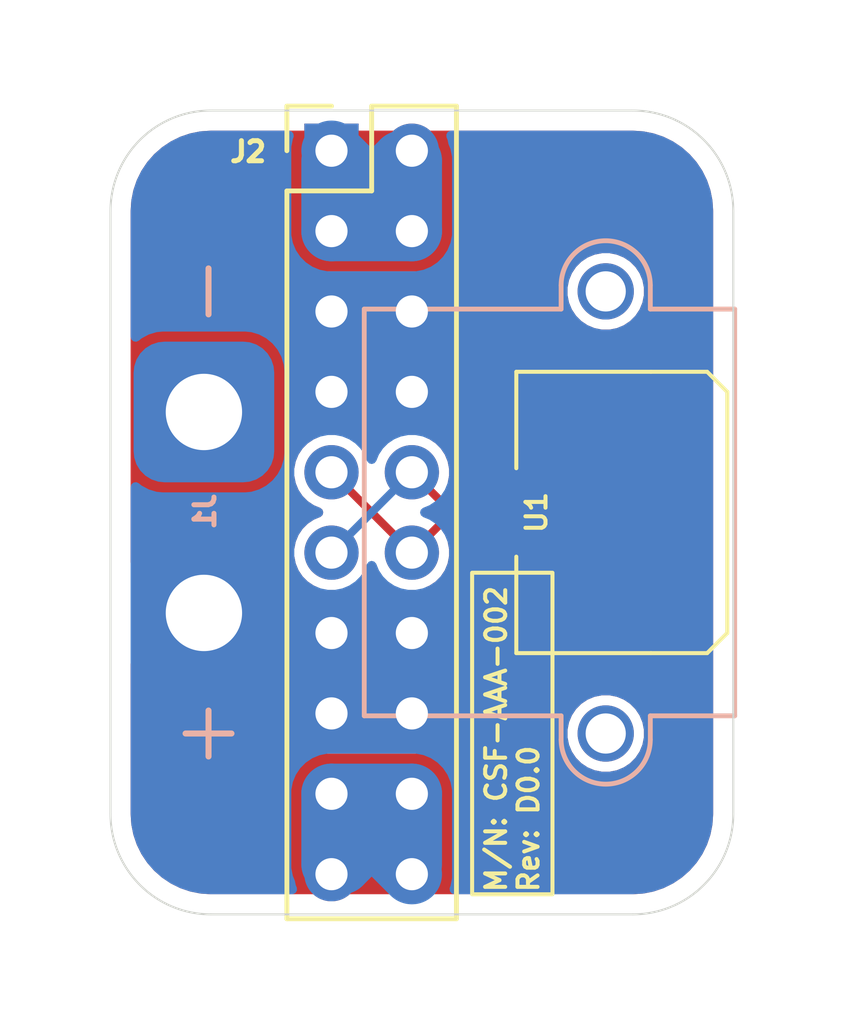
<source format=kicad_pcb>
(kicad_pcb (version 20241229) (generator "pcbnew") (generator_version "9.0")
  (layers (0 "F.Cu" signal) (2 "B.Cu" signal) (13 "F.Paste" user) (15 "B.Paste" user) (5 "F.SilkS" user "F.Silkscreen") (7 "B.SilkS" user "B.Silkscreen") (1 "F.Mask" user) (3 "B.Mask" user) (25 "Edge.Cuts" user))
  (net 0 "")
  (net 1 "+RAWVS")
  (net 2 "GND")
  (net 3 "Power UART TX")
  (net 4 "Power UART RX")
  (footprint "FCC:FFC-4-0.5" (layer "F.Cu") (at 103.5 60 90)
    (property "Reference" "U1" (at 0 0.6 90) (layer "F.SilkS") (effects (font (size 0.5 0.5) (thickness 0.1))))
    (property "Value" "Substructure" (hide yes))
    (fp_line (start 3.5 0.1) (end 3.5 3.45) (stroke (width 0.1)) (layer "F.SilkS"))
    (fp_line (start 1.1 0.1) (end 3.5 0.1) (stroke (width 0.1)) (layer "F.SilkS"))
    (fp_line (start -3.5 0.1) (end -1.1 0.1) (stroke (width 0.1)) (layer "F.SilkS"))
    (fp_line (start -3.5 3.45) (end -3.5 0.1) (stroke (width 0.1)) (layer "F.SilkS"))
    (fp_line (start 3.5 4.849999) (end 3.5 3.45) (stroke (width 0.1)) (layer "F.SilkS"))
    (fp_line (start -3.5 4.849999) (end -3.5 3.45) (stroke (width 0.1)) (layer "F.SilkS"))
    (fp_line (start 3 5.35) (end 3.5 4.849999) (stroke (width 0.1)) (layer "F.SilkS"))
    (fp_line (start -3 5.35) (end -3.5 4.849999) (stroke (width 0.1)) (layer "F.SilkS"))
    (fp_line (start -3 5.35) (end 3 5.35) (stroke (width 0.1)) (layer "F.SilkS"))
    (pad "" smd rect (at -2.4 2.55 90) (size 1.8 2.2) (layers "F.Cu" "F.Mask" "F.Paste"))
    (pad "" smd rect (at 2.4 2.55 90) (size 1.8 2.2) (layers "F.Cu" "F.Mask" "F.Paste"))
    (pad "1" smd rect (at -0.75 -0.65 90) (size 0.3 1.1) (layers "F.Cu" "F.Mask" "F.Paste") (net 2 "GND"))
    (pad "2" smd rect (at -0.25 -0.65 90) (size 0.3 1.1) (layers "F.Cu" "F.Mask" "F.Paste") (net 4 "Power UART RX"))
    (pad "3" smd rect (at 0.25 -0.649999 90) (size 0.3 1.1) (layers "F.Cu" "F.Mask" "F.Paste") (net 3 "Power UART TX"))
    (pad "4" smd rect (at 0.75 -0.65 90) (size 0.3 1.1) (layers "F.Cu" "F.Mask" "F.Paste") (net 2 "GND"))
  )
  (footprint "Connector_PinHeader_2.00mm:PinHeader_2x10_P2.00mm_Vertical" (layer "F.Cu") (at 99 51)
    (property "Reference" "J2" (at -2.075 0.025 0) (layer "F.SilkS") (effects (font (size 0.5 0.5))))
    (property "Value" "Pogo Pins" (hide yes))
    (fp_line (start -1.11 -1.11) (end 0 -1.11) (stroke (width 0.12)) (layer "F.SilkS"))
    (fp_line (start -1.11 0) (end -1.11 -1.11) (stroke (width 0.12)) (layer "F.SilkS"))
    (fp_line (start -1.11 1) (end -1.11 19.11) (stroke (width 0.12)) (layer "F.SilkS"))
    (fp_line (start -1.11 1) (end 1 1) (stroke (width 0.12)) (layer "F.SilkS"))
    (fp_line (start -1.11 19.11) (end 3.11 19.11) (stroke (width 0.12)) (layer "F.SilkS"))
    (fp_line (start 1 -1.11) (end 3.11 -1.11) (stroke (width 0.12)) (layer "F.SilkS"))
    (fp_line (start 1 1) (end 1 -1.11) (stroke (width 0.12)) (layer "F.SilkS"))
    (fp_line (start 3.11 -1.11) (end 3.11 19.11) (stroke (width 0.12)) (layer "F.SilkS"))
    (pad "1" thru_hole rect (at 0 0) (size 1.35 1.35) (drill 0.8) (layers "*.Cu" "*.Mask") (net 2 "GND"))
    (pad "2" thru_hole circle (at 2 0) (size 1.35 1.35) (drill 0.8) (layers "*.Cu" "*.Mask") (net 2 "GND"))
    (pad "3" thru_hole circle (at 0 2) (size 1.35 1.35) (drill 0.8) (layers "*.Cu" "*.Mask") (net 2 "GND"))
    (pad "4" thru_hole circle (at 2 2) (size 1.35 1.35) (drill 0.8) (layers "*.Cu" "*.Mask") (net 2 "GND"))
    (pad "5" thru_hole circle (at 0 4) (size 1.35 1.35) (drill 0.8) (layers "*.Cu" "*.Mask") (net 1 "+RAWVS"))
    (pad "6" thru_hole circle (at 2 4) (size 1.35 1.35) (drill 0.8) (layers "*.Cu" "*.Mask") (net 1 "+RAWVS"))
    (pad "7" thru_hole circle (at 0 6) (size 1.35 1.35) (drill 0.8) (layers "*.Cu" "*.Mask") (net 1 "+RAWVS"))
    (pad "8" thru_hole circle (at 2 6) (size 1.35 1.35) (drill 0.8) (layers "*.Cu" "*.Mask") (net 1 "+RAWVS"))
    (pad "9" thru_hole circle (at 0 8) (size 1.35 1.35) (drill 0.8) (layers "*.Cu" "*.Mask") (net 4 "Power UART RX"))
    (pad "10" thru_hole circle (at 2 8) (size 1.35 1.35) (drill 0.8) (layers "*.Cu" "*.Mask") (net 3 "Power UART TX"))
    (pad "11" thru_hole circle (at 0 10) (size 1.35 1.35) (drill 0.8) (layers "*.Cu" "*.Mask") (net 3 "Power UART TX"))
    (pad "12" thru_hole circle (at 2 10) (size 1.35 1.35) (drill 0.8) (layers "*.Cu" "*.Mask") (net 4 "Power UART RX"))
    (pad "13" thru_hole circle (at 0 12) (size 1.35 1.35) (drill 0.8) (layers "*.Cu" "*.Mask") (net 1 "+RAWVS"))
    (pad "14" thru_hole circle (at 2 12) (size 1.35 1.35) (drill 0.8) (layers "*.Cu" "*.Mask") (net 1 "+RAWVS"))
    (pad "15" thru_hole circle (at 0 14) (size 1.35 1.35) (drill 0.8) (layers "*.Cu" "*.Mask") (net 1 "+RAWVS"))
    (pad "16" thru_hole circle (at 2 14) (size 1.35 1.35) (drill 0.8) (layers "*.Cu" "*.Mask") (net 1 "+RAWVS"))
    (pad "17" thru_hole circle (at 0 16) (size 1.35 1.35) (drill 0.8) (layers "*.Cu" "*.Mask") (net 2 "GND"))
    (pad "18" thru_hole circle (at 2 16) (size 1.35 1.35) (drill 0.8) (layers "*.Cu" "*.Mask") (net 2 "GND"))
    (pad "19" thru_hole circle (at 0 18) (size 1.35 1.35) (drill 0.8) (layers "*.Cu" "*.Mask") (net 2 "GND"))
    (pad "20" thru_hole circle (at 2 18) (size 1.35 1.35) (drill 0.8) (layers "*.Cu" "*.Mask") (net 2 "GND"))
  )
  (footprint "Connector_AMASS:AMASS_XT30PW-M_1x02_P2.50mm_Horizontal" (layer "B.Cu") (at 95.825 57.5 90)
    (property "Reference" "J1" (at -2.475 0.025 90) (layer "B.SilkS") (effects (font (size 0.5 0.5) (thickness 0.125)) (justify mirror)))
    (property "Value" "Substructure Power" (hide yes))
    (fp_line (start -7.56 3.99) (end 2.56 3.99) (stroke (width 0.12)) (layer "B.SilkS"))
    (fp_line (start 2.56 8.89) (end 2.56 3.99) (stroke (width 0.12)) (layer "B.SilkS"))
    (fp_line (start 2.56 8.89) (end 3.15 8.89) (stroke (width 0.12)) (layer "B.SilkS"))
    (fp_line (start -7.56 8.89) (end -7.56 3.99) (stroke (width 0.12)) (layer "B.SilkS"))
    (fp_line (start -8.15 8.89) (end -7.56 8.89) (stroke (width 0.12)) (layer "B.SilkS"))
    (fp_line (start 2.56 11.11) (end 3.15 11.11) (stroke (width 0.12)) (layer "B.SilkS"))
    (fp_line (start -8.15 11.11) (end -7.56 11.11) (stroke (width 0.12)) (layer "B.SilkS"))
    (fp_line (start 2.56 13.21) (end 2.56 11.11) (stroke (width 0.12)) (layer "B.SilkS"))
    (fp_line (start -7.56 13.21) (end -7.56 11.11) (stroke (width 0.12)) (layer "B.SilkS"))
    (fp_line (start -7.56 13.21) (end 2.56 13.21) (stroke (width 0.12)) (layer "B.SilkS"))
    (fp_arc (start 3.15 8.89) (mid 4.26 10) (end 3.15 11.11) (stroke (width 0.12)) (layer "B.SilkS"))
    (fp_arc (start -8.15 11.11) (mid -9.26 10) (end -8.15 8.89) (stroke (width 0.12)) (layer "B.SilkS"))
    (fp_text user "-" (at 3 0 90) (layer "B.SilkS") (effects (font (size 1.5 1.5)) (justify mirror)))
    (fp_text user "+" (at -8 0 90) (layer "B.SilkS") (effects (font (size 1.5 1.5)) (justify mirror)))
    (pad "" thru_hole circle (at -8 10 90) (size 1.4 1.4) (drill 1) (layers "*.Cu" "*.Mask"))
    (pad "" thru_hole circle (at 3 10 90) (size 1.4 1.4) (drill 1) (layers "*.Cu" "*.Mask"))
    (pad "1" thru_hole roundrect (at 0 0 90) (size 3.5 3.5) (drill 1.9) (layers "*.Cu" "*.Mask") (roundrect_rratio 0.22) (net 2 "GND"))
    (pad "2" thru_hole circle (at -5 0 90) (size 3.5 3.5) (drill 1.9) (layers "*.Cu" "*.Mask") (net 1 "+RAWVS"))
  )
  (gr_rect (start 102.5 61.5) (end 104.5 69.5) (stroke (width 0.1)) (fill no) (layer "F.SilkS"))
  (gr_line (start 109 67.5) (end 109 52.5) (stroke (width 0.05)) (layer "Edge.Cuts"))
  (gr_arc (start 96 70) (mid 94.232233 69.267767) (end 93.5 67.5) (stroke (width 0.05)) (layer "Edge.Cuts"))
  (gr_line (start 93.5 52.5) (end 93.5 67.5) (stroke (width 0.05)) (layer "Edge.Cuts"))
  (gr_line (start 96 70) (end 106.5 70) (stroke (width 0.05)) (layer "Edge.Cuts"))
  (gr_line (start 106.5 50) (end 96 50) (stroke (width 0.05)) (layer "Edge.Cuts"))
  (gr_arc (start 109 67.5) (mid 108.267767 69.267767) (end 106.5 70) (stroke (width 0.05)) (layer "Edge.Cuts"))
  (gr_arc (start 93.5 52.5) (mid 94.232233 50.732233) (end 96 50) (stroke (width 0.05)) (layer "Edge.Cuts"))
  (gr_arc (start 106.5 50) (mid 108.267767 50.732233) (end 109 52.5) (stroke (width 0.05)) (layer "Edge.Cuts"))
  (gr_text "M/N: CSF-AAA-002\nRev: D0.0" (at 103.5 69.5 90) (layer "F.SilkS") (effects (font (size 0.5 0.5) (thickness 0.1)) (justify left)))
  (segment (start 99 65) (end 101 65) (width 1.5) (layer "F.Cu") (net 1))
  (segment (start 101 63) (end 99 63) (width 1.5) (layer "F.Cu") (net 1))
  (segment (start 99 63) (end 99 65) (width 1.5) (layer "F.Cu") (net 1))
  (segment (start 99 55) (end 99 57) (width 1.5) (layer "F.Cu") (net 1))
  (segment (start 101 57) (end 101 55) (width 1.5) (layer "F.Cu") (net 1))
  (segment (start 101 55) (end 99 55) (width 1.5) (layer "F.Cu") (net 1))
  (segment (start 99 57) (end 101 55) (width 1.5) (layer "F.Cu") (net 1))
  (segment (start 99 63) (end 101 65) (width 1.5) (layer "F.Cu") (net 1))
  (segment (start 99 55) (end 101 57) (width 1.5) (layer "F.Cu") (net 1))
  (segment (start 99 65) (end 101 63) (width 1.5) (layer "F.Cu") (net 1))
  (segment (start 101 65) (end 101 63) (width 1.5) (layer "F.Cu") (net 1))
  (segment (start 99 57) (end 101 57) (width 1.5) (layer "F.Cu") (net 1))
  (segment (start 99 67) (end 101 69) (width 1.5) (layer "B.Cu") (net 2))
  (segment (start 99 67) (end 99 68.749) (width 1.5) (layer "B.Cu") (net 2))
  (segment (start 100.749 51.251) (end 101 51.251) (width 1.5) (layer "B.Cu") (net 2))
  (segment (start 101 53) (end 99 53) (width 1.5) (layer "B.Cu") (net 2))
  (segment (start 101 67) (end 101 68.749) (width 1.5) (layer "B.Cu") (net 2))
  (segment (start 99 51) (end 101 53) (width 1.5) (layer "B.Cu") (net 2))
  (segment (start 99 53) (end 100.749 51.251) (width 1.5) (layer "B.Cu") (net 2))
  (segment (start 99.251 68.749) (end 99 68.749) (width 1.5) (layer "B.Cu") (net 2))
  (segment (start 101 67) (end 99.251 68.749) (width 1.5) (layer "B.Cu") (net 2))
  (segment (start 99 67) (end 101 67) (width 1.5) (layer "B.Cu") (net 2))
  (segment (start 101 53) (end 101 51.251) (width 1.5) (layer "B.Cu") (net 2))
  (segment (start 99 53) (end 99 51.251) (width 1.5) (layer "B.Cu") (net 2))
  (segment (start 101.75 59.75) (end 101 59) (width 0.2) (layer "F.Cu") (net 3))
  (segment (start 102.850001 59.75) (end 101.75 59.75) (width 0.2) (layer "F.Cu") (net 3))
  (segment (start 101 59.201999) (end 101 59) (width 0.2) (layer "F.Cu") (net 3))
  (segment (start 101 59) (end 99 61) (width 0.2) (layer "B.Cu") (net 3))
  (segment (start 101.25 61.25) (end 101 61) (width 0.2) (layer "F.Cu") (net 4))
  (segment (start 101.75 60.25) (end 101 61) (width 0.2) (layer "F.Cu") (net 4))
  (segment (start 101 61) (end 99 59) (width 0.2) (layer "F.Cu") (net 4))
  (segment (start 102.85 60.25) (end 101.75 60.25) (width 0.2) (layer "F.Cu") (net 4))
  (zone (net 2) (net_name "GND") (layer "F.Cu") (connect_pads yes (clearance 0.25)) (min_thickness 0.25) (fill yes (thermal_gap 0.5) (thermal_bridge_width 0.5))
    (polygon (pts (xy 91.5 48) (xy 111 48) (xy 111 72) (xy 91.5 72)))
  )
  (zone (net 1) (net_name "+RAWVS") (layer "B.Cu") (priority 1) (connect_pads yes (clearance 0.25)) (min_thickness 0.25) (fill yes (thermal_gap 0.5) (thermal_bridge_width 0.5))
    (polygon (pts (xy 90.75 47.25) (xy 111.75 47.25) (xy 111.75 72.75) (xy 90.75 72.75)))
  )
)
</source>
